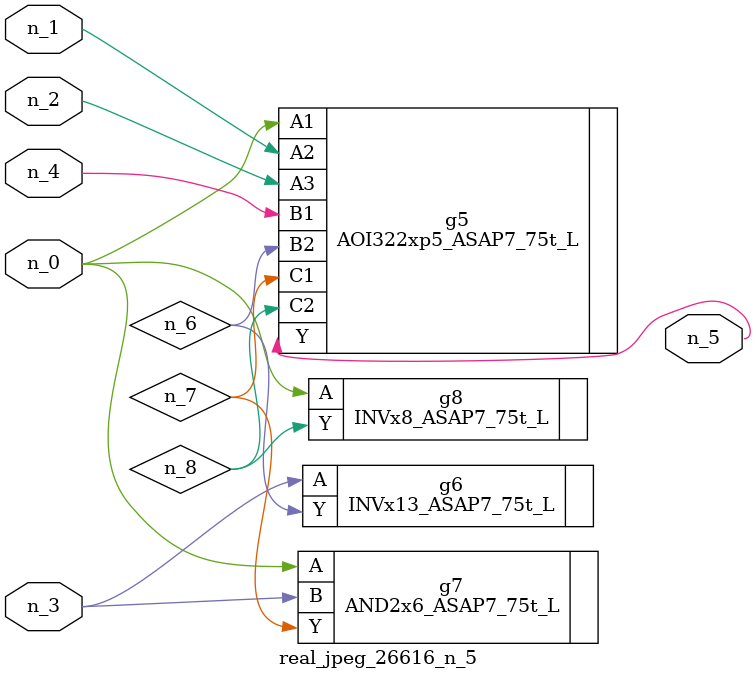
<source format=v>
module real_jpeg_26616_n_5 (n_4, n_0, n_1, n_2, n_3, n_5);

input n_4;
input n_0;
input n_1;
input n_2;
input n_3;

output n_5;

wire n_8;
wire n_6;
wire n_7;

AOI322xp5_ASAP7_75t_L g5 ( 
.A1(n_0),
.A2(n_1),
.A3(n_2),
.B1(n_4),
.B2(n_6),
.C1(n_7),
.C2(n_8),
.Y(n_5)
);

AND2x6_ASAP7_75t_L g7 ( 
.A(n_0),
.B(n_3),
.Y(n_7)
);

INVx8_ASAP7_75t_L g8 ( 
.A(n_0),
.Y(n_8)
);

INVx13_ASAP7_75t_L g6 ( 
.A(n_3),
.Y(n_6)
);


endmodule
</source>
